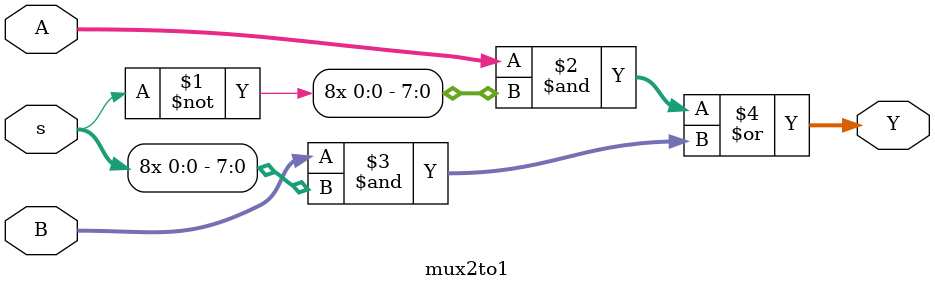
<source format=v>
`timescale 1ns / 1ps


// ================================================================
// N-bit 2:1 Multiplexer
// ================================================================
module mux2to1 #(parameter WIDTH = 8)(
    input  [WIDTH-1:0] A, B,
    input              s,
    output [WIDTH-1:0] Y
);
    assign Y = (A & {WIDTH{~s}}) | (B & {WIDTH{s}});
endmodule


</source>
